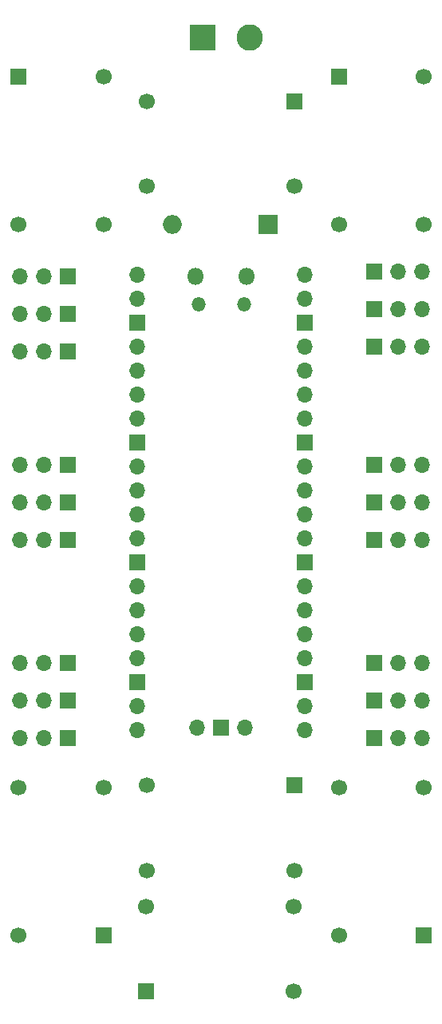
<source format=gbr>
%TF.GenerationSoftware,KiCad,Pcbnew,8.0.6*%
%TF.CreationDate,2024-12-18T16:53:39-05:00*%
%TF.ProjectId,hexapod,68657861-706f-4642-9e6b-696361645f70,rev?*%
%TF.SameCoordinates,Original*%
%TF.FileFunction,Soldermask,Bot*%
%TF.FilePolarity,Negative*%
%FSLAX46Y46*%
G04 Gerber Fmt 4.6, Leading zero omitted, Abs format (unit mm)*
G04 Created by KiCad (PCBNEW 8.0.6) date 2024-12-18 16:53:39*
%MOMM*%
%LPD*%
G01*
G04 APERTURE LIST*
%ADD10R,2.800000X2.800000*%
%ADD11C,2.800000*%
%ADD12R,1.700000X1.700000*%
%ADD13O,1.700000X1.700000*%
%ADD14R,2.000000X2.000000*%
%ADD15O,2.000000X2.000000*%
%ADD16C,1.700000*%
%ADD17O,1.800000X1.800000*%
%ADD18O,1.500000X1.500000*%
G04 APERTURE END LIST*
D10*
%TO.C,J19*%
X98000000Y-50750000D03*
D11*
X103000000Y-50750000D03*
%TD*%
D12*
%TO.C,J16*%
X116250000Y-117000000D03*
D13*
X118790000Y-117000000D03*
X121330000Y-117000000D03*
%TD*%
D12*
%TO.C,J18*%
X116250000Y-125000000D03*
D13*
X118790000Y-125000000D03*
X121330000Y-125000000D03*
%TD*%
D14*
%TO.C,D1*%
X105000000Y-70500000D03*
D15*
X94840000Y-70500000D03*
%TD*%
D12*
%TO.C,U4*%
X87500000Y-145850000D03*
D16*
X78500000Y-145850000D03*
X87500000Y-130250000D03*
X78500000Y-130250000D03*
%TD*%
D12*
%TO.C,U7*%
X121500000Y-145850000D03*
D16*
X112500000Y-145850000D03*
X121500000Y-130250000D03*
X112500000Y-130250000D03*
%TD*%
D12*
%TO.C,J10*%
X116250000Y-75500000D03*
D13*
X118790000Y-75500000D03*
X121330000Y-75500000D03*
%TD*%
D12*
%TO.C,J3*%
X83750000Y-84000000D03*
D13*
X81210000Y-84000000D03*
X78670000Y-84000000D03*
%TD*%
D12*
%TO.C,U5*%
X112500000Y-54900000D03*
D16*
X121500000Y-54900000D03*
X112500000Y-70500000D03*
X121500000Y-70500000D03*
%TD*%
D12*
%TO.C,J13*%
X116250000Y-96000000D03*
D13*
X118790000Y-96000000D03*
X121330000Y-96000000D03*
%TD*%
D12*
%TO.C,J1*%
X83750000Y-76000000D03*
D13*
X81210000Y-76000000D03*
X78670000Y-76000000D03*
%TD*%
D12*
%TO.C,U2*%
X78500000Y-54900000D03*
D16*
X87500000Y-54900000D03*
X78500000Y-70500000D03*
X87500000Y-70500000D03*
%TD*%
D12*
%TO.C,J11*%
X116250000Y-79500000D03*
D13*
X118790000Y-79500000D03*
X121330000Y-79500000D03*
%TD*%
D12*
%TO.C,U3*%
X107750000Y-130000000D03*
D16*
X107750000Y-139000000D03*
X92150000Y-130000000D03*
X92150000Y-139000000D03*
%TD*%
D12*
%TO.C,J4*%
X83750000Y-96000000D03*
D13*
X81210000Y-96000000D03*
X78670000Y-96000000D03*
%TD*%
D12*
%TO.C,U8*%
X107750000Y-57500000D03*
D16*
X107750000Y-66500000D03*
X92150000Y-57500000D03*
X92150000Y-66500000D03*
%TD*%
D12*
%TO.C,J6*%
X83750000Y-104000000D03*
D13*
X81210000Y-104000000D03*
X78670000Y-104000000D03*
%TD*%
D12*
%TO.C,U6*%
X92050000Y-151850000D03*
D16*
X92050000Y-142850000D03*
X107650000Y-151850000D03*
X107650000Y-142850000D03*
%TD*%
D12*
%TO.C,J9*%
X83750000Y-125000000D03*
D13*
X81210000Y-125000000D03*
X78670000Y-125000000D03*
%TD*%
D12*
%TO.C,J8*%
X83750000Y-121000000D03*
D13*
X81210000Y-121000000D03*
X78670000Y-121000000D03*
%TD*%
D12*
%TO.C,J2*%
X83750000Y-80000000D03*
D13*
X81210000Y-80000000D03*
X78670000Y-80000000D03*
%TD*%
D17*
%TO.C,U1*%
X97275000Y-76000000D03*
D18*
X97575000Y-79030000D03*
X102425000Y-79030000D03*
D17*
X102725000Y-76000000D03*
D13*
X91110000Y-75870000D03*
X91110000Y-78410000D03*
D12*
X91110000Y-80950000D03*
D13*
X91110000Y-83490000D03*
X91110000Y-86030000D03*
X91110000Y-88570000D03*
X91110000Y-91110000D03*
D12*
X91110000Y-93650000D03*
D13*
X91110000Y-96190000D03*
X91110000Y-98730000D03*
X91110000Y-101270000D03*
X91110000Y-103810000D03*
D12*
X91110000Y-106350000D03*
D13*
X91110000Y-108890000D03*
X91110000Y-111430000D03*
X91110000Y-113970000D03*
X91110000Y-116510000D03*
D12*
X91110000Y-119050000D03*
D13*
X91110000Y-121590000D03*
X91110000Y-124130000D03*
X108890000Y-124130000D03*
X108890000Y-121590000D03*
D12*
X108890000Y-119050000D03*
D13*
X108890000Y-116510000D03*
X108890000Y-113970000D03*
X108890000Y-111430000D03*
X108890000Y-108890000D03*
D12*
X108890000Y-106350000D03*
D13*
X108890000Y-103810000D03*
X108890000Y-101270000D03*
X108890000Y-98730000D03*
X108890000Y-96190000D03*
D12*
X108890000Y-93650000D03*
D13*
X108890000Y-91110000D03*
X108890000Y-88570000D03*
X108890000Y-86030000D03*
X108890000Y-83490000D03*
D12*
X108890000Y-80950000D03*
D13*
X108890000Y-78410000D03*
X108890000Y-75870000D03*
X97460000Y-123900000D03*
D12*
X100000000Y-123900000D03*
D13*
X102540000Y-123900000D03*
%TD*%
D12*
%TO.C,J5*%
X83750000Y-100000000D03*
D13*
X81210000Y-100000000D03*
X78670000Y-100000000D03*
%TD*%
D12*
%TO.C,J12*%
X116250000Y-83500000D03*
D13*
X118790000Y-83500000D03*
X121330000Y-83500000D03*
%TD*%
D12*
%TO.C,J15*%
X116250000Y-104000000D03*
D13*
X118790000Y-104000000D03*
X121330000Y-104000000D03*
%TD*%
D12*
%TO.C,J7*%
X83750000Y-117000000D03*
D13*
X81210000Y-117000000D03*
X78670000Y-117000000D03*
%TD*%
D12*
%TO.C,J17*%
X116250000Y-121000000D03*
D13*
X118790000Y-121000000D03*
X121330000Y-121000000D03*
%TD*%
D12*
%TO.C,J14*%
X116250000Y-100000000D03*
D13*
X118790000Y-100000000D03*
X121330000Y-100000000D03*
%TD*%
M02*

</source>
